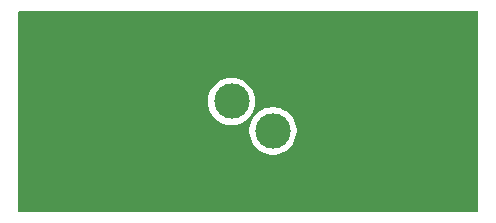
<source format=gbr>
%TF.GenerationSoftware,KiCad,Pcbnew,9.0.5*%
%TF.CreationDate,2025-10-20T01:08:57+02:00*%
%TF.ProjectId,T_umik-do-sondy-w-cz,5442756d-696b-42d6-946f-2d736f6e6479,rev?*%
%TF.SameCoordinates,Original*%
%TF.FileFunction,Copper,L4,Bot*%
%TF.FilePolarity,Positive*%
%FSLAX46Y46*%
G04 Gerber Fmt 4.6, Leading zero omitted, Abs format (unit mm)*
G04 Created by KiCad (PCBNEW 9.0.5) date 2025-10-20 01:08:57*
%MOMM*%
%LPD*%
G01*
G04 APERTURE LIST*
%TA.AperFunction,ComponentPad*%
%ADD10C,3.000000*%
%TD*%
%TA.AperFunction,SMDPad,CuDef*%
%ADD11R,5.080000X2.420000*%
%TD*%
%TA.AperFunction,SMDPad,CuDef*%
%ADD12R,0.950000X0.460000*%
%TD*%
%TA.AperFunction,ComponentPad*%
%ADD13C,1.000000*%
%TD*%
%TA.AperFunction,ViaPad*%
%ADD14C,1.000000*%
%TD*%
G04 APERTURE END LIST*
D10*
%TO.P,L2,1*%
%TO.N,GND*%
X128100000Y-73200000D03*
%TO.P,L2,2*%
X133100000Y-68200000D03*
%TD*%
%TO.P,L1,2*%
%TO.N,Net-(L1-Pad1)*%
X118410000Y-69750000D03*
%TO.P,L1,1*%
X121910000Y-72250000D03*
%TD*%
D11*
%TO.P,J1,2,Ext*%
%TO.N,GND*%
X104060000Y-66340000D03*
X104060000Y-75100000D03*
D12*
X107050000Y-66340000D03*
X107050000Y-75100000D03*
D13*
X107500000Y-66340000D03*
X107500000Y-75100000D03*
%TD*%
D14*
%TO.N,GND*%
X108900000Y-73800000D03*
X115200000Y-74000000D03*
X100890000Y-66360000D03*
X100910000Y-75070000D03*
%TD*%
%TA.AperFunction,Conductor*%
%TO.N,GND*%
G36*
X139242539Y-62120185D02*
G01*
X139288294Y-62172989D01*
X139299500Y-62224500D01*
X139299500Y-78975500D01*
X139279815Y-79042539D01*
X139227011Y-79088294D01*
X139175500Y-79099500D01*
X100424500Y-79099500D01*
X100357461Y-79079815D01*
X100311706Y-79027011D01*
X100300500Y-78975500D01*
X100300500Y-72118872D01*
X119909500Y-72118872D01*
X119909500Y-72381127D01*
X119936123Y-72583339D01*
X119943730Y-72641116D01*
X120011602Y-72894418D01*
X120011605Y-72894428D01*
X120111953Y-73136690D01*
X120111958Y-73136700D01*
X120243075Y-73363803D01*
X120402718Y-73571851D01*
X120402726Y-73571860D01*
X120588140Y-73757274D01*
X120588148Y-73757281D01*
X120796196Y-73916924D01*
X121023299Y-74048041D01*
X121023309Y-74048046D01*
X121265571Y-74148394D01*
X121265581Y-74148398D01*
X121518884Y-74216270D01*
X121778880Y-74250500D01*
X121778887Y-74250500D01*
X122041113Y-74250500D01*
X122041120Y-74250500D01*
X122301116Y-74216270D01*
X122554419Y-74148398D01*
X122796697Y-74048043D01*
X123023803Y-73916924D01*
X123231851Y-73757282D01*
X123231855Y-73757277D01*
X123231860Y-73757274D01*
X123417274Y-73571860D01*
X123417277Y-73571855D01*
X123417282Y-73571851D01*
X123576924Y-73363803D01*
X123708043Y-73136697D01*
X123808398Y-72894419D01*
X123876270Y-72641116D01*
X123910500Y-72381120D01*
X123910500Y-72118880D01*
X123876270Y-71858884D01*
X123808398Y-71605581D01*
X123730254Y-71416924D01*
X123708046Y-71363309D01*
X123708041Y-71363299D01*
X123576924Y-71136196D01*
X123417281Y-70928148D01*
X123417274Y-70928140D01*
X123231860Y-70742726D01*
X123231851Y-70742718D01*
X123023803Y-70583075D01*
X122796700Y-70451958D01*
X122796690Y-70451953D01*
X122554428Y-70351605D01*
X122554421Y-70351603D01*
X122554419Y-70351602D01*
X122301116Y-70283730D01*
X122243339Y-70276123D01*
X122041127Y-70249500D01*
X122041120Y-70249500D01*
X121778880Y-70249500D01*
X121778872Y-70249500D01*
X121547772Y-70279926D01*
X121518884Y-70283730D01*
X121265581Y-70351602D01*
X121265571Y-70351605D01*
X121023309Y-70451953D01*
X121023299Y-70451958D01*
X120796196Y-70583075D01*
X120588148Y-70742718D01*
X120402718Y-70928148D01*
X120243075Y-71136196D01*
X120111958Y-71363299D01*
X120111953Y-71363309D01*
X120011605Y-71605571D01*
X120011602Y-71605581D01*
X119981944Y-71716269D01*
X119943730Y-71858885D01*
X119909500Y-72118872D01*
X100300500Y-72118872D01*
X100300500Y-69618872D01*
X116409500Y-69618872D01*
X116409500Y-69881127D01*
X116436123Y-70083339D01*
X116443730Y-70141116D01*
X116500130Y-70351605D01*
X116511602Y-70394418D01*
X116511605Y-70394428D01*
X116611953Y-70636690D01*
X116611958Y-70636700D01*
X116743075Y-70863803D01*
X116902718Y-71071851D01*
X116902726Y-71071860D01*
X117088140Y-71257274D01*
X117088148Y-71257281D01*
X117296196Y-71416924D01*
X117523299Y-71548041D01*
X117523309Y-71548046D01*
X117765571Y-71648394D01*
X117765581Y-71648398D01*
X118018884Y-71716270D01*
X118278880Y-71750500D01*
X118278887Y-71750500D01*
X118541113Y-71750500D01*
X118541120Y-71750500D01*
X118801116Y-71716270D01*
X119054419Y-71648398D01*
X119296697Y-71548043D01*
X119523803Y-71416924D01*
X119731851Y-71257282D01*
X119731855Y-71257277D01*
X119731860Y-71257274D01*
X119917274Y-71071860D01*
X119917277Y-71071855D01*
X119917282Y-71071851D01*
X120076924Y-70863803D01*
X120208043Y-70636697D01*
X120308398Y-70394419D01*
X120376270Y-70141116D01*
X120410500Y-69881120D01*
X120410500Y-69618880D01*
X120376270Y-69358884D01*
X120308398Y-69105581D01*
X120308394Y-69105571D01*
X120208046Y-68863309D01*
X120208041Y-68863299D01*
X120076924Y-68636196D01*
X119917281Y-68428148D01*
X119917274Y-68428140D01*
X119731860Y-68242726D01*
X119731851Y-68242718D01*
X119523803Y-68083075D01*
X119296700Y-67951958D01*
X119296690Y-67951953D01*
X119054428Y-67851605D01*
X119054421Y-67851603D01*
X119054419Y-67851602D01*
X118801116Y-67783730D01*
X118743339Y-67776123D01*
X118541127Y-67749500D01*
X118541120Y-67749500D01*
X118278880Y-67749500D01*
X118278872Y-67749500D01*
X118047772Y-67779926D01*
X118018884Y-67783730D01*
X117765581Y-67851602D01*
X117765571Y-67851605D01*
X117523309Y-67951953D01*
X117523299Y-67951958D01*
X117296196Y-68083075D01*
X117088148Y-68242718D01*
X116902718Y-68428148D01*
X116743075Y-68636196D01*
X116611958Y-68863299D01*
X116611953Y-68863309D01*
X116511605Y-69105571D01*
X116511602Y-69105581D01*
X116443730Y-69358885D01*
X116409500Y-69618872D01*
X100300500Y-69618872D01*
X100300500Y-62224500D01*
X100320185Y-62157461D01*
X100372989Y-62111706D01*
X100424500Y-62100500D01*
X139175500Y-62100500D01*
X139242539Y-62120185D01*
G37*
%TD.AperFunction*%
%TD*%
M02*

</source>
